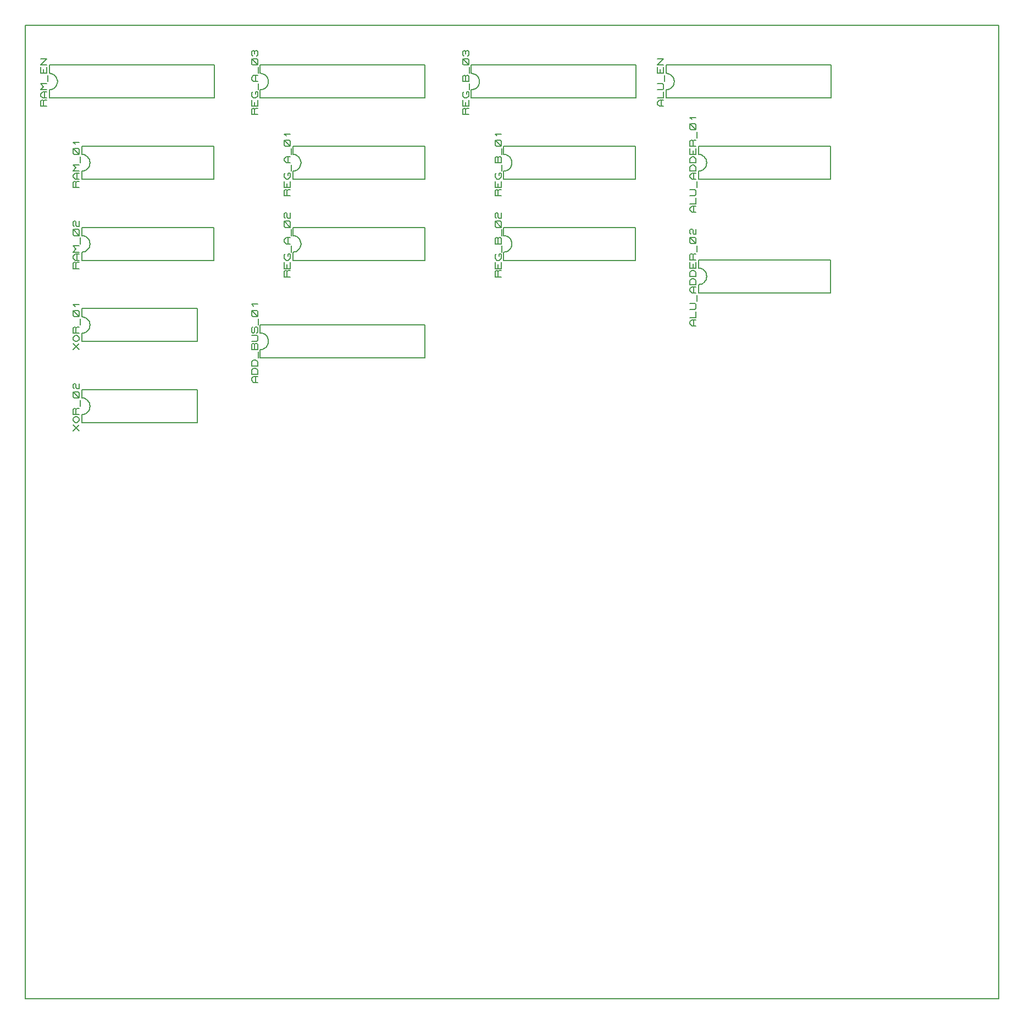
<source format=gbr>
G04 PROTEUS GERBER X2 FILE*
%TF.GenerationSoftware,Labcenter,Proteus,8.6-SP2-Build23525*%
%TF.CreationDate,2019-09-23T20:59:54+00:00*%
%TF.FileFunction,Legend,Top*%
%TF.FilePolarity,Positive*%
%TF.Part,Single*%
%FSLAX45Y45*%
%MOMM*%
G01*
%TA.AperFunction,Material*%
%ADD15C,0.203200*%
%TA.AperFunction,Profile*%
%ADD14C,0.203200*%
%TD.AperFunction*%
D15*
X-12127000Y+9127000D02*
X-12127000Y+9254000D01*
X-12000000Y+9381000D02*
X-12002436Y+9406876D01*
X-12009485Y+9430848D01*
X-12020762Y+9452438D01*
X-12035878Y+9471170D01*
X-12054446Y+9486569D01*
X-12076081Y+9498158D01*
X-12100394Y+9505460D01*
X-12127000Y+9508000D01*
X-12000000Y+9381000D02*
X-12002436Y+9354394D01*
X-12009485Y+9330081D01*
X-12020762Y+9308446D01*
X-12035878Y+9289878D01*
X-12054446Y+9274762D01*
X-12076081Y+9263485D01*
X-12100394Y+9256436D01*
X-12127000Y+9254000D01*
X-12127000Y+9508000D02*
X-12127000Y+9635000D01*
X-10095000Y+9127000D02*
X-10095000Y+9635000D01*
X-12127000Y+9127000D02*
X-10095000Y+9127000D01*
X-10095000Y+9635000D02*
X-12127000Y+9635000D01*
X-12167640Y+9000000D02*
X-12259080Y+9000000D01*
X-12259080Y+9079375D01*
X-12243840Y+9095250D01*
X-12228600Y+9095250D01*
X-12213360Y+9079375D01*
X-12213360Y+9000000D01*
X-12213360Y+9079375D02*
X-12198120Y+9095250D01*
X-12167640Y+9095250D01*
X-12167640Y+9127000D02*
X-12228600Y+9127000D01*
X-12259080Y+9158750D01*
X-12259080Y+9190500D01*
X-12228600Y+9222250D01*
X-12167640Y+9222250D01*
X-12198120Y+9127000D02*
X-12198120Y+9222250D01*
X-12167640Y+9254000D02*
X-12259080Y+9254000D01*
X-12213360Y+9301625D01*
X-12259080Y+9349250D01*
X-12167640Y+9349250D01*
X-12152400Y+9381000D02*
X-12152400Y+9476250D01*
X-12182880Y+9508000D02*
X-12243840Y+9508000D01*
X-12259080Y+9523875D01*
X-12259080Y+9587375D01*
X-12243840Y+9603250D01*
X-12182880Y+9603250D01*
X-12167640Y+9587375D01*
X-12167640Y+9523875D01*
X-12182880Y+9508000D01*
X-12167640Y+9508000D02*
X-12259080Y+9603250D01*
X-12228600Y+9666750D02*
X-12259080Y+9698500D01*
X-12167640Y+9698500D01*
X-12127000Y+7877000D02*
X-12127000Y+8004000D01*
X-12000000Y+8131000D02*
X-12002436Y+8156876D01*
X-12009485Y+8180848D01*
X-12020762Y+8202438D01*
X-12035878Y+8221170D01*
X-12054446Y+8236569D01*
X-12076081Y+8248158D01*
X-12100394Y+8255460D01*
X-12127000Y+8258000D01*
X-12000000Y+8131000D02*
X-12002436Y+8104394D01*
X-12009485Y+8080081D01*
X-12020762Y+8058446D01*
X-12035878Y+8039878D01*
X-12054446Y+8024762D01*
X-12076081Y+8013485D01*
X-12100394Y+8006436D01*
X-12127000Y+8004000D01*
X-12127000Y+8258000D02*
X-12127000Y+8385000D01*
X-10095000Y+7877000D02*
X-10095000Y+8385000D01*
X-12127000Y+7877000D02*
X-10095000Y+7877000D01*
X-10095000Y+8385000D02*
X-12127000Y+8385000D01*
X-12167640Y+7750000D02*
X-12259080Y+7750000D01*
X-12259080Y+7829375D01*
X-12243840Y+7845250D01*
X-12228600Y+7845250D01*
X-12213360Y+7829375D01*
X-12213360Y+7750000D01*
X-12213360Y+7829375D02*
X-12198120Y+7845250D01*
X-12167640Y+7845250D01*
X-12167640Y+7877000D02*
X-12228600Y+7877000D01*
X-12259080Y+7908750D01*
X-12259080Y+7940500D01*
X-12228600Y+7972250D01*
X-12167640Y+7972250D01*
X-12198120Y+7877000D02*
X-12198120Y+7972250D01*
X-12167640Y+8004000D02*
X-12259080Y+8004000D01*
X-12213360Y+8051625D01*
X-12259080Y+8099250D01*
X-12167640Y+8099250D01*
X-12152400Y+8131000D02*
X-12152400Y+8226250D01*
X-12182880Y+8258000D02*
X-12243840Y+8258000D01*
X-12259080Y+8273875D01*
X-12259080Y+8337375D01*
X-12243840Y+8353250D01*
X-12182880Y+8353250D01*
X-12167640Y+8337375D01*
X-12167640Y+8273875D01*
X-12182880Y+8258000D01*
X-12167640Y+8258000D02*
X-12259080Y+8353250D01*
X-12243840Y+8400875D02*
X-12259080Y+8416750D01*
X-12259080Y+8464375D01*
X-12243840Y+8480250D01*
X-12228600Y+8480250D01*
X-12213360Y+8464375D01*
X-12213360Y+8416750D01*
X-12198120Y+8400875D01*
X-12167640Y+8400875D01*
X-12167640Y+8480250D01*
X-8877000Y+9127000D02*
X-8877000Y+9254000D01*
X-8750000Y+9381000D02*
X-8752436Y+9406876D01*
X-8759485Y+9430848D01*
X-8770762Y+9452438D01*
X-8785878Y+9471170D01*
X-8804446Y+9486569D01*
X-8826081Y+9498158D01*
X-8850394Y+9505460D01*
X-8877000Y+9508000D01*
X-8750000Y+9381000D02*
X-8752436Y+9354394D01*
X-8759485Y+9330081D01*
X-8770762Y+9308446D01*
X-8785878Y+9289878D01*
X-8804446Y+9274762D01*
X-8826081Y+9263485D01*
X-8850394Y+9256436D01*
X-8877000Y+9254000D01*
X-8877000Y+9508000D02*
X-8877000Y+9635000D01*
X-6845000Y+9127000D02*
X-6845000Y+9635000D01*
X-8877000Y+9127000D02*
X-6845000Y+9127000D01*
X-6845000Y+9635000D02*
X-8877000Y+9635000D01*
X-8917640Y+8873000D02*
X-9009080Y+8873000D01*
X-9009080Y+8952375D01*
X-8993840Y+8968250D01*
X-8978600Y+8968250D01*
X-8963360Y+8952375D01*
X-8963360Y+8873000D01*
X-8963360Y+8952375D02*
X-8948120Y+8968250D01*
X-8917640Y+8968250D01*
X-8917640Y+9095250D02*
X-8917640Y+9000000D01*
X-9009080Y+9000000D01*
X-9009080Y+9095250D01*
X-8963360Y+9000000D02*
X-8963360Y+9063500D01*
X-8948120Y+9190500D02*
X-8948120Y+9222250D01*
X-8917640Y+9222250D01*
X-8917640Y+9158750D01*
X-8948120Y+9127000D01*
X-8978600Y+9127000D01*
X-9009080Y+9158750D01*
X-9009080Y+9206375D01*
X-8993840Y+9222250D01*
X-8902400Y+9254000D02*
X-8902400Y+9349250D01*
X-8917640Y+9381000D02*
X-8978600Y+9381000D01*
X-9009080Y+9412750D01*
X-9009080Y+9444500D01*
X-8978600Y+9476250D01*
X-8917640Y+9476250D01*
X-8948120Y+9381000D02*
X-8948120Y+9476250D01*
X-8902400Y+9508000D02*
X-8902400Y+9603250D01*
X-8932880Y+9635000D02*
X-8993840Y+9635000D01*
X-9009080Y+9650875D01*
X-9009080Y+9714375D01*
X-8993840Y+9730250D01*
X-8932880Y+9730250D01*
X-8917640Y+9714375D01*
X-8917640Y+9650875D01*
X-8932880Y+9635000D01*
X-8917640Y+9635000D02*
X-9009080Y+9730250D01*
X-8978600Y+9793750D02*
X-9009080Y+9825500D01*
X-8917640Y+9825500D01*
X-8877000Y+7877000D02*
X-8877000Y+8004000D01*
X-8750000Y+8131000D02*
X-8752436Y+8156876D01*
X-8759485Y+8180848D01*
X-8770762Y+8202438D01*
X-8785878Y+8221170D01*
X-8804446Y+8236569D01*
X-8826081Y+8248158D01*
X-8850394Y+8255460D01*
X-8877000Y+8258000D01*
X-8750000Y+8131000D02*
X-8752436Y+8104394D01*
X-8759485Y+8080081D01*
X-8770762Y+8058446D01*
X-8785878Y+8039878D01*
X-8804446Y+8024762D01*
X-8826081Y+8013485D01*
X-8850394Y+8006436D01*
X-8877000Y+8004000D01*
X-8877000Y+8258000D02*
X-8877000Y+8385000D01*
X-6845000Y+7877000D02*
X-6845000Y+8385000D01*
X-8877000Y+7877000D02*
X-6845000Y+7877000D01*
X-6845000Y+8385000D02*
X-8877000Y+8385000D01*
X-8917640Y+7623000D02*
X-9009080Y+7623000D01*
X-9009080Y+7702375D01*
X-8993840Y+7718250D01*
X-8978600Y+7718250D01*
X-8963360Y+7702375D01*
X-8963360Y+7623000D01*
X-8963360Y+7702375D02*
X-8948120Y+7718250D01*
X-8917640Y+7718250D01*
X-8917640Y+7845250D02*
X-8917640Y+7750000D01*
X-9009080Y+7750000D01*
X-9009080Y+7845250D01*
X-8963360Y+7750000D02*
X-8963360Y+7813500D01*
X-8948120Y+7940500D02*
X-8948120Y+7972250D01*
X-8917640Y+7972250D01*
X-8917640Y+7908750D01*
X-8948120Y+7877000D01*
X-8978600Y+7877000D01*
X-9009080Y+7908750D01*
X-9009080Y+7956375D01*
X-8993840Y+7972250D01*
X-8902400Y+8004000D02*
X-8902400Y+8099250D01*
X-8917640Y+8131000D02*
X-8978600Y+8131000D01*
X-9009080Y+8162750D01*
X-9009080Y+8194500D01*
X-8978600Y+8226250D01*
X-8917640Y+8226250D01*
X-8948120Y+8131000D02*
X-8948120Y+8226250D01*
X-8902400Y+8258000D02*
X-8902400Y+8353250D01*
X-8932880Y+8385000D02*
X-8993840Y+8385000D01*
X-9009080Y+8400875D01*
X-9009080Y+8464375D01*
X-8993840Y+8480250D01*
X-8932880Y+8480250D01*
X-8917640Y+8464375D01*
X-8917640Y+8400875D01*
X-8932880Y+8385000D01*
X-8917640Y+8385000D02*
X-9009080Y+8480250D01*
X-8993840Y+8527875D02*
X-9009080Y+8543750D01*
X-9009080Y+8591375D01*
X-8993840Y+8607250D01*
X-8978600Y+8607250D01*
X-8963360Y+8591375D01*
X-8963360Y+8543750D01*
X-8948120Y+8527875D01*
X-8917640Y+8527875D01*
X-8917640Y+8607250D01*
X-9377000Y+10377000D02*
X-9377000Y+10504000D01*
X-9250000Y+10631000D02*
X-9252436Y+10656876D01*
X-9259485Y+10680848D01*
X-9270762Y+10702438D01*
X-9285878Y+10721170D01*
X-9304446Y+10736569D01*
X-9326081Y+10748158D01*
X-9350394Y+10755460D01*
X-9377000Y+10758000D01*
X-9250000Y+10631000D02*
X-9252436Y+10604394D01*
X-9259485Y+10580081D01*
X-9270762Y+10558446D01*
X-9285878Y+10539878D01*
X-9304446Y+10524762D01*
X-9326081Y+10513485D01*
X-9350394Y+10506436D01*
X-9377000Y+10504000D01*
X-9377000Y+10758000D02*
X-9377000Y+10885000D01*
X-6837000Y+10377000D02*
X-6837000Y+10885000D01*
X-9377000Y+10377000D02*
X-6837000Y+10377000D01*
X-9377000Y+10885000D02*
X-6837000Y+10885000D01*
X-9417640Y+10123000D02*
X-9509080Y+10123000D01*
X-9509080Y+10202375D01*
X-9493840Y+10218250D01*
X-9478600Y+10218250D01*
X-9463360Y+10202375D01*
X-9463360Y+10123000D01*
X-9463360Y+10202375D02*
X-9448120Y+10218250D01*
X-9417640Y+10218250D01*
X-9417640Y+10345250D02*
X-9417640Y+10250000D01*
X-9509080Y+10250000D01*
X-9509080Y+10345250D01*
X-9463360Y+10250000D02*
X-9463360Y+10313500D01*
X-9448120Y+10440500D02*
X-9448120Y+10472250D01*
X-9417640Y+10472250D01*
X-9417640Y+10408750D01*
X-9448120Y+10377000D01*
X-9478600Y+10377000D01*
X-9509080Y+10408750D01*
X-9509080Y+10456375D01*
X-9493840Y+10472250D01*
X-9402400Y+10504000D02*
X-9402400Y+10599250D01*
X-9417640Y+10631000D02*
X-9478600Y+10631000D01*
X-9509080Y+10662750D01*
X-9509080Y+10694500D01*
X-9478600Y+10726250D01*
X-9417640Y+10726250D01*
X-9448120Y+10631000D02*
X-9448120Y+10726250D01*
X-9402400Y+10758000D02*
X-9402400Y+10853250D01*
X-9432880Y+10885000D02*
X-9493840Y+10885000D01*
X-9509080Y+10900875D01*
X-9509080Y+10964375D01*
X-9493840Y+10980250D01*
X-9432880Y+10980250D01*
X-9417640Y+10964375D01*
X-9417640Y+10900875D01*
X-9432880Y+10885000D01*
X-9417640Y+10885000D02*
X-9509080Y+10980250D01*
X-9493840Y+11027875D02*
X-9509080Y+11043750D01*
X-9509080Y+11091375D01*
X-9493840Y+11107250D01*
X-9478600Y+11107250D01*
X-9463360Y+11091375D01*
X-9448120Y+11107250D01*
X-9432880Y+11107250D01*
X-9417640Y+11091375D01*
X-9417640Y+11043750D01*
X-9432880Y+11027875D01*
X-9463360Y+11059625D02*
X-9463360Y+11091375D01*
X-5627000Y+9127000D02*
X-5627000Y+9254000D01*
X-5500000Y+9381000D02*
X-5502436Y+9406876D01*
X-5509485Y+9430848D01*
X-5520762Y+9452438D01*
X-5535878Y+9471170D01*
X-5554446Y+9486569D01*
X-5576081Y+9498158D01*
X-5600394Y+9505460D01*
X-5627000Y+9508000D01*
X-5500000Y+9381000D02*
X-5502436Y+9354394D01*
X-5509485Y+9330081D01*
X-5520762Y+9308446D01*
X-5535878Y+9289878D01*
X-5554446Y+9274762D01*
X-5576081Y+9263485D01*
X-5600394Y+9256436D01*
X-5627000Y+9254000D01*
X-5627000Y+9508000D02*
X-5627000Y+9635000D01*
X-3595000Y+9127000D02*
X-3595000Y+9635000D01*
X-5627000Y+9127000D02*
X-3595000Y+9127000D01*
X-3595000Y+9635000D02*
X-5627000Y+9635000D01*
X-5667640Y+8873000D02*
X-5759080Y+8873000D01*
X-5759080Y+8952375D01*
X-5743840Y+8968250D01*
X-5728600Y+8968250D01*
X-5713360Y+8952375D01*
X-5713360Y+8873000D01*
X-5713360Y+8952375D02*
X-5698120Y+8968250D01*
X-5667640Y+8968250D01*
X-5667640Y+9095250D02*
X-5667640Y+9000000D01*
X-5759080Y+9000000D01*
X-5759080Y+9095250D01*
X-5713360Y+9000000D02*
X-5713360Y+9063500D01*
X-5698120Y+9190500D02*
X-5698120Y+9222250D01*
X-5667640Y+9222250D01*
X-5667640Y+9158750D01*
X-5698120Y+9127000D01*
X-5728600Y+9127000D01*
X-5759080Y+9158750D01*
X-5759080Y+9206375D01*
X-5743840Y+9222250D01*
X-5652400Y+9254000D02*
X-5652400Y+9349250D01*
X-5667640Y+9381000D02*
X-5759080Y+9381000D01*
X-5759080Y+9460375D01*
X-5743840Y+9476250D01*
X-5728600Y+9476250D01*
X-5713360Y+9460375D01*
X-5698120Y+9476250D01*
X-5682880Y+9476250D01*
X-5667640Y+9460375D01*
X-5667640Y+9381000D01*
X-5713360Y+9381000D02*
X-5713360Y+9460375D01*
X-5652400Y+9508000D02*
X-5652400Y+9603250D01*
X-5682880Y+9635000D02*
X-5743840Y+9635000D01*
X-5759080Y+9650875D01*
X-5759080Y+9714375D01*
X-5743840Y+9730250D01*
X-5682880Y+9730250D01*
X-5667640Y+9714375D01*
X-5667640Y+9650875D01*
X-5682880Y+9635000D01*
X-5667640Y+9635000D02*
X-5759080Y+9730250D01*
X-5728600Y+9793750D02*
X-5759080Y+9825500D01*
X-5667640Y+9825500D01*
X-5627000Y+7877000D02*
X-5627000Y+8004000D01*
X-5500000Y+8131000D02*
X-5502436Y+8156876D01*
X-5509485Y+8180848D01*
X-5520762Y+8202438D01*
X-5535878Y+8221170D01*
X-5554446Y+8236569D01*
X-5576081Y+8248158D01*
X-5600394Y+8255460D01*
X-5627000Y+8258000D01*
X-5500000Y+8131000D02*
X-5502436Y+8104394D01*
X-5509485Y+8080081D01*
X-5520762Y+8058446D01*
X-5535878Y+8039878D01*
X-5554446Y+8024762D01*
X-5576081Y+8013485D01*
X-5600394Y+8006436D01*
X-5627000Y+8004000D01*
X-5627000Y+8258000D02*
X-5627000Y+8385000D01*
X-3595000Y+7877000D02*
X-3595000Y+8385000D01*
X-5627000Y+7877000D02*
X-3595000Y+7877000D01*
X-3595000Y+8385000D02*
X-5627000Y+8385000D01*
X-5667640Y+7623000D02*
X-5759080Y+7623000D01*
X-5759080Y+7702375D01*
X-5743840Y+7718250D01*
X-5728600Y+7718250D01*
X-5713360Y+7702375D01*
X-5713360Y+7623000D01*
X-5713360Y+7702375D02*
X-5698120Y+7718250D01*
X-5667640Y+7718250D01*
X-5667640Y+7845250D02*
X-5667640Y+7750000D01*
X-5759080Y+7750000D01*
X-5759080Y+7845250D01*
X-5713360Y+7750000D02*
X-5713360Y+7813500D01*
X-5698120Y+7940500D02*
X-5698120Y+7972250D01*
X-5667640Y+7972250D01*
X-5667640Y+7908750D01*
X-5698120Y+7877000D01*
X-5728600Y+7877000D01*
X-5759080Y+7908750D01*
X-5759080Y+7956375D01*
X-5743840Y+7972250D01*
X-5652400Y+8004000D02*
X-5652400Y+8099250D01*
X-5667640Y+8131000D02*
X-5759080Y+8131000D01*
X-5759080Y+8210375D01*
X-5743840Y+8226250D01*
X-5728600Y+8226250D01*
X-5713360Y+8210375D01*
X-5698120Y+8226250D01*
X-5682880Y+8226250D01*
X-5667640Y+8210375D01*
X-5667640Y+8131000D01*
X-5713360Y+8131000D02*
X-5713360Y+8210375D01*
X-5652400Y+8258000D02*
X-5652400Y+8353250D01*
X-5682880Y+8385000D02*
X-5743840Y+8385000D01*
X-5759080Y+8400875D01*
X-5759080Y+8464375D01*
X-5743840Y+8480250D01*
X-5682880Y+8480250D01*
X-5667640Y+8464375D01*
X-5667640Y+8400875D01*
X-5682880Y+8385000D01*
X-5667640Y+8385000D02*
X-5759080Y+8480250D01*
X-5743840Y+8527875D02*
X-5759080Y+8543750D01*
X-5759080Y+8591375D01*
X-5743840Y+8607250D01*
X-5728600Y+8607250D01*
X-5713360Y+8591375D01*
X-5713360Y+8543750D01*
X-5698120Y+8527875D01*
X-5667640Y+8527875D01*
X-5667640Y+8607250D01*
X-6127000Y+10377000D02*
X-6127000Y+10504000D01*
X-6000000Y+10631000D02*
X-6002436Y+10656876D01*
X-6009485Y+10680848D01*
X-6020762Y+10702438D01*
X-6035878Y+10721170D01*
X-6054446Y+10736569D01*
X-6076081Y+10748158D01*
X-6100394Y+10755460D01*
X-6127000Y+10758000D01*
X-6000000Y+10631000D02*
X-6002436Y+10604394D01*
X-6009485Y+10580081D01*
X-6020762Y+10558446D01*
X-6035878Y+10539878D01*
X-6054446Y+10524762D01*
X-6076081Y+10513485D01*
X-6100394Y+10506436D01*
X-6127000Y+10504000D01*
X-6127000Y+10758000D02*
X-6127000Y+10885000D01*
X-3587000Y+10377000D02*
X-3587000Y+10885000D01*
X-6127000Y+10377000D02*
X-3587000Y+10377000D01*
X-6127000Y+10885000D02*
X-3587000Y+10885000D01*
X-6167640Y+10123000D02*
X-6259080Y+10123000D01*
X-6259080Y+10202375D01*
X-6243840Y+10218250D01*
X-6228600Y+10218250D01*
X-6213360Y+10202375D01*
X-6213360Y+10123000D01*
X-6213360Y+10202375D02*
X-6198120Y+10218250D01*
X-6167640Y+10218250D01*
X-6167640Y+10345250D02*
X-6167640Y+10250000D01*
X-6259080Y+10250000D01*
X-6259080Y+10345250D01*
X-6213360Y+10250000D02*
X-6213360Y+10313500D01*
X-6198120Y+10440500D02*
X-6198120Y+10472250D01*
X-6167640Y+10472250D01*
X-6167640Y+10408750D01*
X-6198120Y+10377000D01*
X-6228600Y+10377000D01*
X-6259080Y+10408750D01*
X-6259080Y+10456375D01*
X-6243840Y+10472250D01*
X-6152400Y+10504000D02*
X-6152400Y+10599250D01*
X-6167640Y+10631000D02*
X-6259080Y+10631000D01*
X-6259080Y+10710375D01*
X-6243840Y+10726250D01*
X-6228600Y+10726250D01*
X-6213360Y+10710375D01*
X-6198120Y+10726250D01*
X-6182880Y+10726250D01*
X-6167640Y+10710375D01*
X-6167640Y+10631000D01*
X-6213360Y+10631000D02*
X-6213360Y+10710375D01*
X-6152400Y+10758000D02*
X-6152400Y+10853250D01*
X-6182880Y+10885000D02*
X-6243840Y+10885000D01*
X-6259080Y+10900875D01*
X-6259080Y+10964375D01*
X-6243840Y+10980250D01*
X-6182880Y+10980250D01*
X-6167640Y+10964375D01*
X-6167640Y+10900875D01*
X-6182880Y+10885000D01*
X-6167640Y+10885000D02*
X-6259080Y+10980250D01*
X-6243840Y+11027875D02*
X-6259080Y+11043750D01*
X-6259080Y+11091375D01*
X-6243840Y+11107250D01*
X-6228600Y+11107250D01*
X-6213360Y+11091375D01*
X-6198120Y+11107250D01*
X-6182880Y+11107250D01*
X-6167640Y+11091375D01*
X-6167640Y+11043750D01*
X-6182880Y+11027875D01*
X-6213360Y+11059625D02*
X-6213360Y+11091375D01*
X-12127000Y+7008000D02*
X-12127000Y+7135000D01*
X-12127000Y+6627000D02*
X-12127000Y+6754000D01*
X-12000000Y+6881000D02*
X-12002436Y+6906876D01*
X-12009485Y+6930848D01*
X-12020762Y+6952438D01*
X-12035878Y+6971170D01*
X-12054446Y+6986569D01*
X-12076081Y+6998158D01*
X-12100394Y+7005460D01*
X-12127000Y+7008000D01*
X-12000000Y+6881000D02*
X-12002436Y+6854394D01*
X-12009485Y+6830081D01*
X-12020762Y+6808446D01*
X-12035878Y+6789878D01*
X-12054446Y+6774762D01*
X-12076081Y+6763485D01*
X-12100394Y+6756436D01*
X-12127000Y+6754000D01*
X-12127000Y+6627000D02*
X-10349000Y+6627000D01*
X-10349000Y+7135000D01*
X-12127000Y+7135000D01*
X-12259080Y+6500000D02*
X-12167640Y+6595250D01*
X-12167640Y+6500000D02*
X-12259080Y+6595250D01*
X-12228600Y+6627000D02*
X-12259080Y+6658750D01*
X-12259080Y+6690500D01*
X-12228600Y+6722250D01*
X-12198120Y+6722250D01*
X-12167640Y+6690500D01*
X-12167640Y+6658750D01*
X-12198120Y+6627000D01*
X-12228600Y+6627000D01*
X-12167640Y+6754000D02*
X-12259080Y+6754000D01*
X-12259080Y+6833375D01*
X-12243840Y+6849250D01*
X-12228600Y+6849250D01*
X-12213360Y+6833375D01*
X-12213360Y+6754000D01*
X-12213360Y+6833375D02*
X-12198120Y+6849250D01*
X-12167640Y+6849250D01*
X-12152400Y+6881000D02*
X-12152400Y+6976250D01*
X-12182880Y+7008000D02*
X-12243840Y+7008000D01*
X-12259080Y+7023875D01*
X-12259080Y+7087375D01*
X-12243840Y+7103250D01*
X-12182880Y+7103250D01*
X-12167640Y+7087375D01*
X-12167640Y+7023875D01*
X-12182880Y+7008000D01*
X-12167640Y+7008000D02*
X-12259080Y+7103250D01*
X-12228600Y+7166750D02*
X-12259080Y+7198500D01*
X-12167640Y+7198500D01*
X-12127000Y+5758000D02*
X-12127000Y+5885000D01*
X-12127000Y+5377000D02*
X-12127000Y+5504000D01*
X-12000000Y+5631000D02*
X-12002436Y+5656876D01*
X-12009485Y+5680848D01*
X-12020762Y+5702438D01*
X-12035878Y+5721170D01*
X-12054446Y+5736569D01*
X-12076081Y+5748158D01*
X-12100394Y+5755460D01*
X-12127000Y+5758000D01*
X-12000000Y+5631000D02*
X-12002436Y+5604394D01*
X-12009485Y+5580081D01*
X-12020762Y+5558446D01*
X-12035878Y+5539878D01*
X-12054446Y+5524762D01*
X-12076081Y+5513485D01*
X-12100394Y+5506436D01*
X-12127000Y+5504000D01*
X-12127000Y+5377000D02*
X-10349000Y+5377000D01*
X-10349000Y+5885000D01*
X-12127000Y+5885000D01*
X-12259080Y+5250000D02*
X-12167640Y+5345250D01*
X-12167640Y+5250000D02*
X-12259080Y+5345250D01*
X-12228600Y+5377000D02*
X-12259080Y+5408750D01*
X-12259080Y+5440500D01*
X-12228600Y+5472250D01*
X-12198120Y+5472250D01*
X-12167640Y+5440500D01*
X-12167640Y+5408750D01*
X-12198120Y+5377000D01*
X-12228600Y+5377000D01*
X-12167640Y+5504000D02*
X-12259080Y+5504000D01*
X-12259080Y+5583375D01*
X-12243840Y+5599250D01*
X-12228600Y+5599250D01*
X-12213360Y+5583375D01*
X-12213360Y+5504000D01*
X-12213360Y+5583375D02*
X-12198120Y+5599250D01*
X-12167640Y+5599250D01*
X-12152400Y+5631000D02*
X-12152400Y+5726250D01*
X-12182880Y+5758000D02*
X-12243840Y+5758000D01*
X-12259080Y+5773875D01*
X-12259080Y+5837375D01*
X-12243840Y+5853250D01*
X-12182880Y+5853250D01*
X-12167640Y+5837375D01*
X-12167640Y+5773875D01*
X-12182880Y+5758000D01*
X-12167640Y+5758000D02*
X-12259080Y+5853250D01*
X-12243840Y+5900875D02*
X-12259080Y+5916750D01*
X-12259080Y+5964375D01*
X-12243840Y+5980250D01*
X-12228600Y+5980250D01*
X-12213360Y+5964375D01*
X-12213360Y+5916750D01*
X-12198120Y+5900875D01*
X-12167640Y+5900875D01*
X-12167640Y+5980250D01*
X-9377000Y+6377000D02*
X-9377000Y+6504000D01*
X-9250000Y+6631000D02*
X-9252436Y+6656876D01*
X-9259485Y+6680848D01*
X-9270762Y+6702438D01*
X-9285878Y+6721170D01*
X-9304446Y+6736569D01*
X-9326081Y+6748158D01*
X-9350394Y+6755460D01*
X-9377000Y+6758000D01*
X-9250000Y+6631000D02*
X-9252436Y+6604394D01*
X-9259485Y+6580081D01*
X-9270762Y+6558446D01*
X-9285878Y+6539878D01*
X-9304446Y+6524762D01*
X-9326081Y+6513485D01*
X-9350394Y+6506436D01*
X-9377000Y+6504000D01*
X-9377000Y+6758000D02*
X-9377000Y+6885000D01*
X-6837000Y+6377000D02*
X-6837000Y+6885000D01*
X-9377000Y+6377000D02*
X-6837000Y+6377000D01*
X-9377000Y+6885000D02*
X-6837000Y+6885000D01*
X-9417640Y+5996000D02*
X-9478600Y+5996000D01*
X-9509080Y+6027750D01*
X-9509080Y+6059500D01*
X-9478600Y+6091250D01*
X-9417640Y+6091250D01*
X-9448120Y+5996000D02*
X-9448120Y+6091250D01*
X-9417640Y+6123000D02*
X-9509080Y+6123000D01*
X-9509080Y+6186500D01*
X-9478600Y+6218250D01*
X-9448120Y+6218250D01*
X-9417640Y+6186500D01*
X-9417640Y+6123000D01*
X-9417640Y+6250000D02*
X-9509080Y+6250000D01*
X-9509080Y+6313500D01*
X-9478600Y+6345250D01*
X-9448120Y+6345250D01*
X-9417640Y+6313500D01*
X-9417640Y+6250000D01*
X-9402400Y+6377000D02*
X-9402400Y+6472250D01*
X-9417640Y+6504000D02*
X-9509080Y+6504000D01*
X-9509080Y+6583375D01*
X-9493840Y+6599250D01*
X-9478600Y+6599250D01*
X-9463360Y+6583375D01*
X-9448120Y+6599250D01*
X-9432880Y+6599250D01*
X-9417640Y+6583375D01*
X-9417640Y+6504000D01*
X-9463360Y+6504000D02*
X-9463360Y+6583375D01*
X-9509080Y+6631000D02*
X-9432880Y+6631000D01*
X-9417640Y+6646875D01*
X-9417640Y+6710375D01*
X-9432880Y+6726250D01*
X-9509080Y+6726250D01*
X-9432880Y+6758000D02*
X-9417640Y+6773875D01*
X-9417640Y+6837375D01*
X-9432880Y+6853250D01*
X-9448120Y+6853250D01*
X-9463360Y+6837375D01*
X-9463360Y+6773875D01*
X-9478600Y+6758000D01*
X-9493840Y+6758000D01*
X-9509080Y+6773875D01*
X-9509080Y+6837375D01*
X-9493840Y+6853250D01*
X-9402400Y+6885000D02*
X-9402400Y+6980250D01*
X-9432880Y+7012000D02*
X-9493840Y+7012000D01*
X-9509080Y+7027875D01*
X-9509080Y+7091375D01*
X-9493840Y+7107250D01*
X-9432880Y+7107250D01*
X-9417640Y+7091375D01*
X-9417640Y+7027875D01*
X-9432880Y+7012000D01*
X-9417640Y+7012000D02*
X-9509080Y+7107250D01*
X-9478600Y+7170750D02*
X-9509080Y+7202500D01*
X-9417640Y+7202500D01*
X-2627000Y+9127000D02*
X-2627000Y+9254000D01*
X-2500000Y+9381000D02*
X-2502436Y+9406876D01*
X-2509485Y+9430848D01*
X-2520762Y+9452438D01*
X-2535878Y+9471170D01*
X-2554446Y+9486569D01*
X-2576081Y+9498158D01*
X-2600394Y+9505460D01*
X-2627000Y+9508000D01*
X-2500000Y+9381000D02*
X-2502436Y+9354394D01*
X-2509485Y+9330081D01*
X-2520762Y+9308446D01*
X-2535878Y+9289878D01*
X-2554446Y+9274762D01*
X-2576081Y+9263485D01*
X-2600394Y+9256436D01*
X-2627000Y+9254000D01*
X-2627000Y+9508000D02*
X-2627000Y+9635000D01*
X-595000Y+9127000D02*
X-595000Y+9635000D01*
X-2627000Y+9127000D02*
X-595000Y+9127000D01*
X-595000Y+9635000D02*
X-2627000Y+9635000D01*
X-2667640Y+8619000D02*
X-2728600Y+8619000D01*
X-2759080Y+8650750D01*
X-2759080Y+8682500D01*
X-2728600Y+8714250D01*
X-2667640Y+8714250D01*
X-2698120Y+8619000D02*
X-2698120Y+8714250D01*
X-2759080Y+8746000D02*
X-2667640Y+8746000D01*
X-2667640Y+8841250D01*
X-2759080Y+8873000D02*
X-2682880Y+8873000D01*
X-2667640Y+8888875D01*
X-2667640Y+8952375D01*
X-2682880Y+8968250D01*
X-2759080Y+8968250D01*
X-2652400Y+9000000D02*
X-2652400Y+9095250D01*
X-2667640Y+9127000D02*
X-2728600Y+9127000D01*
X-2759080Y+9158750D01*
X-2759080Y+9190500D01*
X-2728600Y+9222250D01*
X-2667640Y+9222250D01*
X-2698120Y+9127000D02*
X-2698120Y+9222250D01*
X-2667640Y+9254000D02*
X-2759080Y+9254000D01*
X-2759080Y+9317500D01*
X-2728600Y+9349250D01*
X-2698120Y+9349250D01*
X-2667640Y+9317500D01*
X-2667640Y+9254000D01*
X-2667640Y+9381000D02*
X-2759080Y+9381000D01*
X-2759080Y+9444500D01*
X-2728600Y+9476250D01*
X-2698120Y+9476250D01*
X-2667640Y+9444500D01*
X-2667640Y+9381000D01*
X-2667640Y+9603250D02*
X-2667640Y+9508000D01*
X-2759080Y+9508000D01*
X-2759080Y+9603250D01*
X-2713360Y+9508000D02*
X-2713360Y+9571500D01*
X-2667640Y+9635000D02*
X-2759080Y+9635000D01*
X-2759080Y+9714375D01*
X-2743840Y+9730250D01*
X-2728600Y+9730250D01*
X-2713360Y+9714375D01*
X-2713360Y+9635000D01*
X-2713360Y+9714375D02*
X-2698120Y+9730250D01*
X-2667640Y+9730250D01*
X-2652400Y+9762000D02*
X-2652400Y+9857250D01*
X-2682880Y+9889000D02*
X-2743840Y+9889000D01*
X-2759080Y+9904875D01*
X-2759080Y+9968375D01*
X-2743840Y+9984250D01*
X-2682880Y+9984250D01*
X-2667640Y+9968375D01*
X-2667640Y+9904875D01*
X-2682880Y+9889000D01*
X-2667640Y+9889000D02*
X-2759080Y+9984250D01*
X-2728600Y+10047750D02*
X-2759080Y+10079500D01*
X-2667640Y+10079500D01*
X-2627000Y+7377000D02*
X-2627000Y+7504000D01*
X-2500000Y+7631000D02*
X-2502436Y+7656876D01*
X-2509485Y+7680848D01*
X-2520762Y+7702438D01*
X-2535878Y+7721170D01*
X-2554446Y+7736569D01*
X-2576081Y+7748158D01*
X-2600394Y+7755460D01*
X-2627000Y+7758000D01*
X-2500000Y+7631000D02*
X-2502436Y+7604394D01*
X-2509485Y+7580081D01*
X-2520762Y+7558446D01*
X-2535878Y+7539878D01*
X-2554446Y+7524762D01*
X-2576081Y+7513485D01*
X-2600394Y+7506436D01*
X-2627000Y+7504000D01*
X-2627000Y+7758000D02*
X-2627000Y+7885000D01*
X-595000Y+7377000D02*
X-595000Y+7885000D01*
X-2627000Y+7377000D02*
X-595000Y+7377000D01*
X-595000Y+7885000D02*
X-2627000Y+7885000D01*
X-2667640Y+6869000D02*
X-2728600Y+6869000D01*
X-2759080Y+6900750D01*
X-2759080Y+6932500D01*
X-2728600Y+6964250D01*
X-2667640Y+6964250D01*
X-2698120Y+6869000D02*
X-2698120Y+6964250D01*
X-2759080Y+6996000D02*
X-2667640Y+6996000D01*
X-2667640Y+7091250D01*
X-2759080Y+7123000D02*
X-2682880Y+7123000D01*
X-2667640Y+7138875D01*
X-2667640Y+7202375D01*
X-2682880Y+7218250D01*
X-2759080Y+7218250D01*
X-2652400Y+7250000D02*
X-2652400Y+7345250D01*
X-2667640Y+7377000D02*
X-2728600Y+7377000D01*
X-2759080Y+7408750D01*
X-2759080Y+7440500D01*
X-2728600Y+7472250D01*
X-2667640Y+7472250D01*
X-2698120Y+7377000D02*
X-2698120Y+7472250D01*
X-2667640Y+7504000D02*
X-2759080Y+7504000D01*
X-2759080Y+7567500D01*
X-2728600Y+7599250D01*
X-2698120Y+7599250D01*
X-2667640Y+7567500D01*
X-2667640Y+7504000D01*
X-2667640Y+7631000D02*
X-2759080Y+7631000D01*
X-2759080Y+7694500D01*
X-2728600Y+7726250D01*
X-2698120Y+7726250D01*
X-2667640Y+7694500D01*
X-2667640Y+7631000D01*
X-2667640Y+7853250D02*
X-2667640Y+7758000D01*
X-2759080Y+7758000D01*
X-2759080Y+7853250D01*
X-2713360Y+7758000D02*
X-2713360Y+7821500D01*
X-2667640Y+7885000D02*
X-2759080Y+7885000D01*
X-2759080Y+7964375D01*
X-2743840Y+7980250D01*
X-2728600Y+7980250D01*
X-2713360Y+7964375D01*
X-2713360Y+7885000D01*
X-2713360Y+7964375D02*
X-2698120Y+7980250D01*
X-2667640Y+7980250D01*
X-2652400Y+8012000D02*
X-2652400Y+8107250D01*
X-2682880Y+8139000D02*
X-2743840Y+8139000D01*
X-2759080Y+8154875D01*
X-2759080Y+8218375D01*
X-2743840Y+8234250D01*
X-2682880Y+8234250D01*
X-2667640Y+8218375D01*
X-2667640Y+8154875D01*
X-2682880Y+8139000D01*
X-2667640Y+8139000D02*
X-2759080Y+8234250D01*
X-2743840Y+8281875D02*
X-2759080Y+8297750D01*
X-2759080Y+8345375D01*
X-2743840Y+8361250D01*
X-2728600Y+8361250D01*
X-2713360Y+8345375D01*
X-2713360Y+8297750D01*
X-2698120Y+8281875D01*
X-2667640Y+8281875D01*
X-2667640Y+8361250D01*
X-3127000Y+10377000D02*
X-3127000Y+10504000D01*
X-3000000Y+10631000D02*
X-3002436Y+10656876D01*
X-3009485Y+10680848D01*
X-3020762Y+10702438D01*
X-3035878Y+10721170D01*
X-3054446Y+10736569D01*
X-3076081Y+10748158D01*
X-3100394Y+10755460D01*
X-3127000Y+10758000D01*
X-3000000Y+10631000D02*
X-3002436Y+10604394D01*
X-3009485Y+10580081D01*
X-3020762Y+10558446D01*
X-3035878Y+10539878D01*
X-3054446Y+10524762D01*
X-3076081Y+10513485D01*
X-3100394Y+10506436D01*
X-3127000Y+10504000D01*
X-3127000Y+10758000D02*
X-3127000Y+10885000D01*
X-587000Y+10377000D02*
X-587000Y+10885000D01*
X-3127000Y+10377000D02*
X-587000Y+10377000D01*
X-3127000Y+10885000D02*
X-587000Y+10885000D01*
X-3167640Y+10250000D02*
X-3228600Y+10250000D01*
X-3259080Y+10281750D01*
X-3259080Y+10313500D01*
X-3228600Y+10345250D01*
X-3167640Y+10345250D01*
X-3198120Y+10250000D02*
X-3198120Y+10345250D01*
X-3259080Y+10377000D02*
X-3167640Y+10377000D01*
X-3167640Y+10472250D01*
X-3259080Y+10504000D02*
X-3182880Y+10504000D01*
X-3167640Y+10519875D01*
X-3167640Y+10583375D01*
X-3182880Y+10599250D01*
X-3259080Y+10599250D01*
X-3152400Y+10631000D02*
X-3152400Y+10726250D01*
X-3167640Y+10853250D02*
X-3167640Y+10758000D01*
X-3259080Y+10758000D01*
X-3259080Y+10853250D01*
X-3213360Y+10758000D02*
X-3213360Y+10821500D01*
X-3167640Y+10885000D02*
X-3259080Y+10885000D01*
X-3167640Y+10980250D01*
X-3259080Y+10980250D01*
X-12627000Y+10377000D02*
X-12627000Y+10504000D01*
X-12500000Y+10631000D02*
X-12502436Y+10656876D01*
X-12509485Y+10680848D01*
X-12520762Y+10702438D01*
X-12535878Y+10721170D01*
X-12554446Y+10736569D01*
X-12576081Y+10748158D01*
X-12600394Y+10755460D01*
X-12627000Y+10758000D01*
X-12500000Y+10631000D02*
X-12502436Y+10604394D01*
X-12509485Y+10580081D01*
X-12520762Y+10558446D01*
X-12535878Y+10539878D01*
X-12554446Y+10524762D01*
X-12576081Y+10513485D01*
X-12600394Y+10506436D01*
X-12627000Y+10504000D01*
X-12627000Y+10758000D02*
X-12627000Y+10885000D01*
X-10087000Y+10377000D02*
X-10087000Y+10885000D01*
X-12627000Y+10377000D02*
X-10087000Y+10377000D01*
X-12627000Y+10885000D02*
X-10087000Y+10885000D01*
X-12667640Y+10250000D02*
X-12759080Y+10250000D01*
X-12759080Y+10329375D01*
X-12743840Y+10345250D01*
X-12728600Y+10345250D01*
X-12713360Y+10329375D01*
X-12713360Y+10250000D01*
X-12713360Y+10329375D02*
X-12698120Y+10345250D01*
X-12667640Y+10345250D01*
X-12667640Y+10377000D02*
X-12728600Y+10377000D01*
X-12759080Y+10408750D01*
X-12759080Y+10440500D01*
X-12728600Y+10472250D01*
X-12667640Y+10472250D01*
X-12698120Y+10377000D02*
X-12698120Y+10472250D01*
X-12667640Y+10504000D02*
X-12759080Y+10504000D01*
X-12713360Y+10551625D01*
X-12759080Y+10599250D01*
X-12667640Y+10599250D01*
X-12652400Y+10631000D02*
X-12652400Y+10726250D01*
X-12667640Y+10853250D02*
X-12667640Y+10758000D01*
X-12759080Y+10758000D01*
X-12759080Y+10853250D01*
X-12713360Y+10758000D02*
X-12713360Y+10821500D01*
X-12667640Y+10885000D02*
X-12759080Y+10885000D01*
X-12667640Y+10980250D01*
X-12759080Y+10980250D01*
D14*
X-13000000Y-3500000D02*
X+2000000Y-3500000D01*
X+2000000Y+11500000D01*
X-13000000Y+11500000D01*
X-13000000Y-3500000D01*
M02*

</source>
